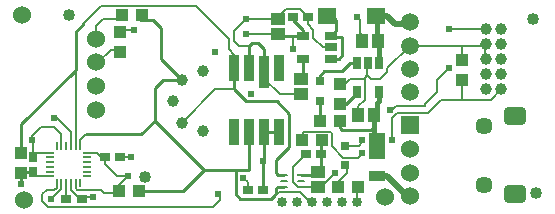
<source format=gbl>
%FSLAX25Y25*%
%MOIN*%
G70*
G01*
G75*
G04 Layer_Physical_Order=4*
G04 Layer_Color=16711680*
%ADD10R,0.02008X0.01575*%
%ADD11R,0.05315X0.01575*%
%ADD12R,0.07480X0.03937*%
%ADD13R,0.03937X0.04331*%
%ADD14R,0.05709X0.06299*%
%ADD15R,0.06693X0.05906*%
%ADD16R,0.05906X0.06693*%
%ADD17R,0.06614X0.03150*%
%ADD18R,0.05512X0.05079*%
%ADD19R,0.05118X0.05079*%
%ADD20R,0.03543X0.02756*%
%ADD21R,0.02756X0.03543*%
%ADD22R,0.05906X0.05118*%
%ADD23R,0.02953X0.05512*%
%ADD24O,0.00787X0.02756*%
%ADD25O,0.02756X0.00787*%
%ADD26R,0.20276X0.20276*%
%ADD27C,0.04000*%
%ADD28C,0.00800*%
%ADD29C,0.03347*%
%ADD30C,0.06000*%
%ADD31R,0.06000X0.06000*%
G04:AMPARAMS|DCode=32|XSize=59.06mil|YSize=74.8mil|CornerRadius=14.76mil|HoleSize=0mil|Usage=FLASHONLY|Rotation=270.000|XOffset=0mil|YOffset=0mil|HoleType=Round|Shape=RoundedRectangle|*
%AMROUNDEDRECTD32*
21,1,0.05906,0.04528,0,0,270.0*
21,1,0.02953,0.07480,0,0,270.0*
1,1,0.02953,-0.02264,-0.01476*
1,1,0.02953,-0.02264,0.01476*
1,1,0.02953,0.02264,0.01476*
1,1,0.02953,0.02264,-0.01476*
%
%ADD32ROUNDEDRECTD32*%
%ADD33C,0.05709*%
%ADD34C,0.05906*%
%ADD35C,0.03937*%
%ADD36C,0.02400*%
%ADD37C,0.04000*%
%ADD38C,0.06756*%
G04:AMPARAMS|DCode=39|XSize=87.559mil|YSize=87.559mil|CornerRadius=0mil|HoleSize=0mil|Usage=FLASHONLY|Rotation=0.000|XOffset=0mil|YOffset=0mil|HoleType=Round|Shape=Relief|Width=10mil|Gap=10mil|Entries=4|*
%AMTHD39*
7,0,0,0.08756,0.06756,0.01000,45*
%
%ADD39THD39*%
%ADD40C,0.07000*%
%ADD41C,0.07543*%
G04:AMPARAMS|DCode=42|XSize=95.433mil|YSize=95.433mil|CornerRadius=0mil|HoleSize=0mil|Usage=FLASHONLY|Rotation=0.000|XOffset=0mil|YOffset=0mil|HoleType=Round|Shape=Relief|Width=10mil|Gap=10mil|Entries=4|*
%AMTHD42*
7,0,0,0.09543,0.07543,0.01000,45*
%
%ADD42THD42*%
%ADD43O,0.09118X0.07150*%
%ADD44C,0.07347*%
%ADD45C,0.06559*%
%ADD46C,0.05969*%
G04:AMPARAMS|DCode=47|XSize=79.685mil|YSize=79.685mil|CornerRadius=0mil|HoleSize=0mil|Usage=FLASHONLY|Rotation=0.000|XOffset=0mil|YOffset=0mil|HoleType=Round|Shape=Relief|Width=10mil|Gap=10mil|Entries=4|*
%AMTHD47*
7,0,0,0.07969,0.05969,0.01000,45*
%
%ADD47THD47*%
G04:AMPARAMS|DCode=48|XSize=90mil|YSize=90mil|CornerRadius=0mil|HoleSize=0mil|Usage=FLASHONLY|Rotation=0.000|XOffset=0mil|YOffset=0mil|HoleType=Round|Shape=Relief|Width=10mil|Gap=10mil|Entries=4|*
%AMTHD48*
7,0,0,0.09000,0.07000,0.01000,45*
%
%ADD48THD48*%
%ADD49C,0.05200*%
G04:AMPARAMS|DCode=50|XSize=72mil|YSize=72mil|CornerRadius=0mil|HoleSize=0mil|Usage=FLASHONLY|Rotation=0.000|XOffset=0mil|YOffset=0mil|HoleType=Round|Shape=Relief|Width=10mil|Gap=10mil|Entries=4|*
%AMTHD50*
7,0,0,0.07200,0.05200,0.01000,45*
%
%ADD50THD50*%
%ADD51R,0.04331X0.03937*%
%ADD52R,0.03150X0.03150*%
%ADD53R,0.03543X0.08858*%
%ADD54R,0.03543X0.11024*%
%ADD55R,0.02559X0.00787*%
%ADD56R,0.00787X0.02559*%
G04:AMPARAMS|DCode=57|XSize=9.84mil|YSize=29.53mil|CornerRadius=2.46mil|HoleSize=0mil|Usage=FLASHONLY|Rotation=90.000|XOffset=0mil|YOffset=0mil|HoleType=Round|Shape=RoundedRectangle|*
%AMROUNDEDRECTD57*
21,1,0.00984,0.02461,0,0,90.0*
21,1,0.00492,0.02953,0,0,90.0*
1,1,0.00492,0.01230,0.00246*
1,1,0.00492,0.01230,-0.00246*
1,1,0.00492,-0.01230,-0.00246*
1,1,0.00492,-0.01230,0.00246*
%
%ADD57ROUNDEDRECTD57*%
G04:AMPARAMS|DCode=58|XSize=9.84mil|YSize=23.62mil|CornerRadius=2.46mil|HoleSize=0mil|Usage=FLASHONLY|Rotation=90.000|XOffset=0mil|YOffset=0mil|HoleType=Round|Shape=RoundedRectangle|*
%AMROUNDEDRECTD58*
21,1,0.00984,0.01870,0,0,90.0*
21,1,0.00492,0.02362,0,0,90.0*
1,1,0.00492,0.00935,0.00246*
1,1,0.00492,0.00935,-0.00246*
1,1,0.00492,-0.00935,-0.00246*
1,1,0.00492,-0.00935,0.00246*
%
%ADD58ROUNDEDRECTD58*%
%ADD59R,0.05000X0.04000*%
%ADD60R,0.02559X0.04331*%
%ADD61R,0.05512X0.08661*%
%ADD62R,0.05512X0.03543*%
%ADD63R,0.04000X0.05000*%
%ADD64R,0.05906X0.05512*%
%ADD65R,0.04331X0.02559*%
%ADD66C,0.02000*%
%ADD67C,0.01000*%
%ADD68C,0.01500*%
D13*
X-16200Y-52446D02*
D03*
Y-45753D02*
D03*
X89900Y-29447D02*
D03*
Y-22754D02*
D03*
X16600Y-5454D02*
D03*
Y-12146D02*
D03*
X130800Y-14853D02*
D03*
Y-21546D02*
D03*
D20*
X59241Y-58100D02*
D03*
X64359D02*
D03*
X-1159Y-61100D02*
D03*
X3959D02*
D03*
X16859Y-47100D02*
D03*
X11741D02*
D03*
X78741Y-46100D02*
D03*
X83859D02*
D03*
X79359Y-600D02*
D03*
X74241D02*
D03*
D21*
X-12200Y-47041D02*
D03*
Y-52159D02*
D03*
D27*
X-200Y200D02*
D03*
X25100Y-53700D02*
D03*
X154300Y-1100D02*
D03*
X155300Y-59100D02*
D03*
D28*
X11100Y-1000D02*
X16954D01*
X8606Y-3494D02*
X11100Y-1000D01*
X8606Y-7728D02*
Y-3494D01*
X42000Y3200D02*
X53000Y-7800D01*
X10377Y3200D02*
X42000D01*
X4400Y-2777D02*
X10377Y3200D01*
X95927Y-47273D02*
X97600Y-45600D01*
X96900D02*
X97600D01*
X77135Y-57069D02*
X83118D01*
X83637Y-57250D02*
X88500Y-52387D01*
X82800Y-57250D02*
X83637D01*
X89354Y-57200D02*
Y-55446D01*
X92200Y-52600D01*
X95700Y-62000D02*
Y-57546D01*
X91157Y-47273D02*
X95927D01*
X74461Y-50380D02*
X78741Y-46100D01*
X74461Y-55370D02*
Y-50380D01*
Y-55370D02*
X76160Y-57069D01*
X77135D01*
X77454Y-41600D02*
X77731Y-41322D01*
Y-38631D01*
X86726D01*
X87312Y-39217D01*
Y-43428D02*
Y-39217D01*
Y-43428D02*
X91157Y-47273D01*
X68800Y-59100D02*
X69419D01*
X69593Y-58927D01*
X76807D01*
X79480Y-61600D01*
X80700D01*
X92200Y-52600D02*
Y-49948D01*
X92300Y-49848D01*
X-7700Y-58100D02*
X-5200D01*
X-9200Y-59600D02*
X-7700Y-58100D01*
X-9200Y-61777D02*
Y-59600D01*
Y-61777D02*
X-7277Y-63700D01*
X47700D01*
X67861Y-60039D02*
X67922Y-60100D01*
X-12700Y-41600D02*
X-12200Y-42100D01*
Y-47041D02*
Y-42100D01*
X-12700Y-41600D02*
Y-40100D01*
X-9700Y-37100D01*
X16859Y-47100D02*
X20300D01*
X15800Y-53600D02*
X19300D01*
X11800Y-49600D02*
X15800Y-53600D01*
X11800Y-49600D02*
Y-47541D01*
X11300Y-59100D02*
X15954D01*
X16454Y-56446D02*
X19300Y-53600D01*
X16454Y-58600D02*
Y-56446D01*
X-1259Y-60600D02*
Y-59600D01*
X-5200Y-34100D02*
X-4200D01*
X-9700Y-37100D02*
X-5200D01*
X-4200Y-34100D02*
X316Y-38616D01*
Y-43399D02*
Y-38616D01*
X-5200Y-37100D02*
X-2834Y-39466D01*
Y-43399D02*
Y-39466D01*
X-6200Y-61100D02*
X-2834Y-57734D01*
Y-55801D01*
X-5200Y-58100D02*
X-4409Y-57309D01*
Y-55801D01*
X10300Y-58100D02*
X11300Y-59100D01*
X-1259Y-59600D02*
X-1259Y-59600D01*
Y-55801D01*
X-12200Y-47041D02*
X-10822Y-45663D01*
X-6672D01*
X-10822Y-53537D02*
X-6672D01*
X8863Y-45663D02*
X10741Y-47541D01*
X5729Y-45663D02*
X8863D01*
X3465Y-41435D02*
X5300Y-39600D01*
X3465Y-43399D02*
Y-41435D01*
X1891Y-43399D02*
Y-18009D01*
X138426Y-14226D02*
Y-9974D01*
X140300Y-28100D02*
X143800Y-24600D01*
X96715Y-5665D02*
X97300Y-6250D01*
X96715Y-5665D02*
Y-1515D01*
X95800Y-600D02*
X96715Y-1515D01*
X89300Y-22753D02*
X91646D01*
X93300Y-21100D01*
X97800D01*
X69950Y-26250D02*
X77300D01*
X64839Y-21139D02*
X69950Y-26250D01*
X64839Y-21139D02*
Y-18683D01*
X58950Y-6250D02*
X69300D01*
X58800Y-6100D02*
X58950Y-6250D01*
X58950Y-950D02*
X69300D01*
X58800Y-1100D02*
X58950Y-950D01*
X56300Y-10100D02*
X59800D01*
X54800Y-8600D02*
X56300Y-10100D01*
X54800Y-8600D02*
Y-5100D01*
X58800Y-1100D01*
X59241Y-58100D02*
Y-55541D01*
X57800Y-54100D02*
X59241Y-55541D01*
X105720Y-17554D02*
X113300Y-9974D01*
X105720Y-18621D02*
Y-17554D01*
X103241Y-21100D02*
X105720Y-18621D01*
X100300Y-21100D02*
X103241D01*
X99050Y-19850D02*
X100300Y-21100D01*
X99050Y-19850D02*
Y-16126D01*
X84300Y-10600D02*
X87024D01*
X81141Y-7441D02*
X84300Y-10600D01*
X81141Y-7441D02*
Y-4659D01*
X79359Y-2877D02*
X81141Y-4659D01*
X79359Y-2877D02*
Y-600D01*
Y-589D01*
X76592Y2178D02*
X79359Y-589D01*
X71889Y2178D02*
X76592D01*
X69300Y-411D02*
X71889Y2178D01*
X69300Y-950D02*
Y-411D01*
X107300Y-41600D02*
Y-34100D01*
X96150Y-30159D02*
X98239Y-28070D01*
Y-20661D01*
X96150Y-33100D02*
Y-30159D01*
X97800Y-21100D02*
X98239Y-20661D01*
X99050Y-19850D01*
X107300Y-34100D02*
X109004Y-32396D01*
X119504D01*
X123800Y-28100D01*
X106300Y-31600D02*
X107254D01*
X108258Y-30596D01*
X108304D01*
X108800Y-30100D01*
X118300D01*
Y-29600D01*
X122300Y-25600D01*
Y-21600D01*
X126300Y-17600D01*
Y-4600D02*
X138800D01*
X53000Y-11146D02*
Y-7800D01*
Y-11146D02*
X54800Y-12946D01*
Y-17600D02*
Y-12946D01*
X37213Y-35844D02*
X48458Y-24600D01*
X54800D01*
X74300Y-11100D02*
Y-6860D01*
X1891Y-57591D02*
Y-55801D01*
Y-57591D02*
X2400Y-58100D01*
X10300D01*
X47700Y-63700D02*
X50100Y-61300D01*
Y-60100D01*
X49300Y-59300D02*
X50100Y-60100D01*
X316Y-57996D02*
Y-55801D01*
Y-57996D02*
X3420Y-61100D01*
X3959D01*
Y-60600D02*
X7800D01*
X17100Y-4753D02*
X21154D01*
X8606Y-15602D02*
X9498D01*
X13654Y-11446D01*
X17100D01*
X91800Y-43352D02*
X96248D01*
X97800Y-41800D01*
X130800Y-28100D02*
Y-21546D01*
X123800Y-28100D02*
X130800D01*
X140300D01*
X130800Y-14853D02*
Y-10074D01*
X113300Y-9974D02*
X138426D01*
X97300Y-8800D02*
Y-6250D01*
D29*
X70700Y-62000D02*
D03*
X75700D02*
D03*
X80700D02*
D03*
X85700D02*
D03*
X90700D02*
D03*
X95700D02*
D03*
D30*
X105000Y-60300D02*
D03*
X-15300Y-61400D02*
D03*
X-15900Y300D02*
D03*
X113300Y-60222D02*
D03*
Y-52348D02*
D03*
Y-44474D02*
D03*
X8606Y-31350D02*
D03*
Y-23476D02*
D03*
Y-15602D02*
D03*
Y-7728D02*
D03*
D31*
X113300Y-36600D02*
D03*
D32*
X148418Y-59380D02*
D03*
Y-33427D02*
D03*
D33*
X138182Y-36757D02*
D03*
X138182Y-56442D02*
D03*
D34*
X113300Y-9974D02*
D03*
Y-2163D02*
D03*
Y-17726D02*
D03*
Y-25537D02*
D03*
D35*
X138800Y-24600D02*
D03*
Y-19600D02*
D03*
Y-14600D02*
D03*
Y-9600D02*
D03*
Y-4600D02*
D03*
X143800D02*
D03*
Y-9600D02*
D03*
Y-14600D02*
D03*
Y-19600D02*
D03*
Y-24600D02*
D03*
X37213Y-21277D02*
D03*
Y-35844D02*
D03*
X44300Y-18600D02*
D03*
X34300Y-28600D02*
D03*
X44300Y-38600D02*
D03*
D36*
X97300Y-45800D02*
D03*
X60300Y-26100D02*
D03*
X48300Y-12100D02*
D03*
X97400Y-41600D02*
D03*
X20300Y-47100D02*
D03*
X-12700Y-41600D02*
D03*
X-16200Y-56100D02*
D03*
X19300Y-53600D02*
D03*
X7800Y-60600D02*
D03*
X-6200Y-61100D02*
D03*
X-5200Y-34100D02*
D03*
X95800Y-600D02*
D03*
X88500Y-52387D02*
D03*
X58800Y-1100D02*
D03*
Y-6100D02*
D03*
X57800Y-54100D02*
D03*
X107300Y-41600D02*
D03*
X106600Y-31600D02*
D03*
X126300Y-4600D02*
D03*
Y-17600D02*
D03*
X64300Y-48600D02*
D03*
X74300Y-11100D02*
D03*
X49300Y-59300D02*
D03*
X21300Y-4900D02*
D03*
D51*
X89354Y-57200D02*
D03*
X96047D02*
D03*
X84146Y-41600D02*
D03*
X77454D02*
D03*
X83454Y-35100D02*
D03*
X90146D02*
D03*
X23146Y-58600D02*
D03*
X16454D02*
D03*
X24147Y200D02*
D03*
X17454D02*
D03*
D52*
X83300Y-28348D02*
D03*
Y-21852D02*
D03*
X91800Y-49848D02*
D03*
Y-43352D02*
D03*
D53*
X69761Y-38663D02*
D03*
X64839D02*
D03*
X59721D02*
D03*
X54800D02*
D03*
X69761Y-17600D02*
D03*
X59721D02*
D03*
X54800D02*
D03*
D54*
X64839Y-18683D02*
D03*
D55*
X5729Y-45663D02*
D03*
Y-47238D02*
D03*
Y-48812D02*
D03*
Y-50387D02*
D03*
Y-51962D02*
D03*
Y-53537D02*
D03*
X-6672D02*
D03*
Y-51962D02*
D03*
Y-50387D02*
D03*
Y-48812D02*
D03*
Y-47238D02*
D03*
Y-45663D02*
D03*
D56*
X3465Y-55801D02*
D03*
X1891D02*
D03*
X316D02*
D03*
X-1259D02*
D03*
X-2834D02*
D03*
X-4409D02*
D03*
Y-43399D02*
D03*
X-2834D02*
D03*
X-1259D02*
D03*
X316D02*
D03*
X1891D02*
D03*
X3465D02*
D03*
D57*
X76938Y-53131D02*
D03*
D58*
X77135Y-55100D02*
D03*
Y-57069D02*
D03*
X71465D02*
D03*
Y-55100D02*
D03*
Y-53131D02*
D03*
D59*
X82800Y-51950D02*
D03*
Y-57250D02*
D03*
X77100Y-20950D02*
D03*
Y-26250D02*
D03*
X69300Y-6250D02*
D03*
Y-950D02*
D03*
D60*
X95560Y-25324D02*
D03*
X103040D02*
D03*
Y-15876D02*
D03*
X99300D02*
D03*
X95560D02*
D03*
D61*
X102300Y-43557D02*
D03*
D62*
Y-53596D02*
D03*
D63*
X102550Y-8500D02*
D03*
X97250D02*
D03*
X101450Y-33100D02*
D03*
X96150D02*
D03*
D64*
X85532Y-100D02*
D03*
X102068D02*
D03*
D65*
X77576Y-6860D02*
D03*
Y-14340D02*
D03*
X87024D02*
D03*
Y-10600D02*
D03*
Y-6860D02*
D03*
D66*
X105674Y-53596D02*
X112300Y-60222D01*
X101300Y-53596D02*
X105674D01*
X101068Y-100D02*
X105800D01*
X108363Y-2663D01*
X112300D01*
D67*
X67861Y-60039D02*
X68800Y-59100D01*
X66922Y-60978D02*
X67861Y-60039D01*
X55300Y-51521D02*
X59721D01*
X44721D02*
X55300D01*
Y-59430D02*
Y-51521D01*
Y-59430D02*
X56848Y-60978D01*
X66922D01*
X68800Y-59100D02*
Y-57600D01*
X69332Y-57069D01*
X71465D01*
X64359Y-58100D02*
Y-48041D01*
X59721Y-51521D02*
Y-38663D01*
X64359Y-48041D02*
X64839Y-47561D01*
Y-38663D01*
X69761D01*
X60800Y-9100D02*
X62800D01*
X59800Y-10100D02*
X60800Y-9100D01*
X59800Y-17521D02*
Y-10100D01*
X59721Y-17600D02*
X59800Y-17521D01*
X62800Y-9100D02*
X64839Y-11139D01*
Y-18683D02*
Y-11139D01*
X-16200Y-56100D02*
Y-52446D01*
X-15913Y-52159D02*
X-12200D01*
X10741Y-47541D02*
X11800D01*
X37642Y-58600D02*
X44721Y-51521D01*
X23146Y-58600D02*
X37642D01*
X-16200Y-36100D02*
X1891Y-18009D01*
X-16200Y-45753D02*
Y-36100D01*
X23800Y-39600D02*
X28300Y-35100D01*
X5300Y-39600D02*
X23800D01*
X28300Y-35100D02*
X44721Y-51521D01*
X28300Y-35100D02*
Y-24100D01*
X31123Y-21277D01*
X37213D01*
Y-35844D02*
X37556D01*
X54800Y-24600D02*
Y-17600D01*
Y-24600D02*
X58800Y-28600D01*
X68898D01*
X73032Y-32734D01*
Y-43713D02*
Y-32734D01*
X68800Y-47946D02*
X73032Y-43713D01*
X68800Y-52600D02*
Y-47946D01*
Y-52600D02*
X69332Y-53131D01*
X71465D01*
X76938D02*
X82118D01*
X83800Y-51450D02*
Y-46159D01*
X101068Y-100D02*
X102450Y-1482D01*
X101300Y-45557D02*
Y-37100D01*
X101450Y-36950D01*
X100300Y-38100D02*
X101300Y-37100D01*
Y-45557D02*
X101450Y-45407D01*
X90800Y-38100D02*
X100300D01*
X90146Y-37446D02*
X90800Y-38100D01*
X90146Y-37446D02*
Y-35100D01*
X83859Y-46100D02*
Y-41387D01*
X83300Y-34946D02*
Y-28348D01*
X95560Y-25840D02*
Y-25324D01*
X91953Y-29446D02*
X95560Y-25840D01*
X89300Y-29446D02*
X91953D01*
X101450Y-33100D02*
X102300Y-32250D01*
X93524Y-15876D02*
X95560D01*
X90800Y-18600D02*
X93524Y-15876D01*
X84800Y-18600D02*
X90800D01*
X83300Y-20100D02*
X84800Y-18600D01*
X83300Y-21852D02*
Y-20100D01*
X77576Y-20674D02*
Y-14340D01*
X74241Y-1541D02*
Y-600D01*
Y-1541D02*
X77576Y-4876D01*
Y-6860D02*
Y-4876D01*
X87024Y-6860D02*
X87265Y-7100D01*
X90800D01*
Y-13100D02*
Y-7100D01*
X89560Y-14340D02*
X90800Y-13100D01*
X87024Y-14340D02*
X89560D01*
X87024Y-6860D02*
X88800Y-5084D01*
Y-1600D01*
X87300Y-100D02*
X88800Y-1600D01*
X84532Y-100D02*
X87300D01*
X69910Y-6860D02*
X74300D01*
X77576D01*
X1891Y-18009D02*
Y-5287D01*
X4400Y-2777D01*
X30300Y-14364D02*
X37213Y-21277D01*
X30300Y-14364D02*
Y-4000D01*
X23447Y-1300D02*
X27600D01*
X30300Y-4000D01*
D68*
X102900Y-8400D02*
X102950Y-15285D01*
X102450Y-6100D02*
Y-1482D01*
X101300Y-37100D02*
Y-33250D01*
X101300Y-45946D02*
Y-37490D01*
X102300Y-32250D02*
Y-29080D01*
X103040Y-28340D01*
Y-25324D01*
M02*

</source>
